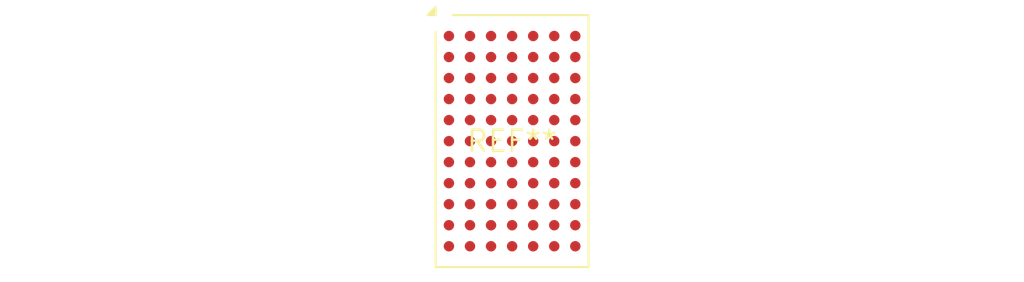
<source format=kicad_pcb>
(kicad_pcb (version 20240108) (generator pcbnew)
  (layers (0 "F.Cu" signal) (31 "B.Cu" signal) (34 "B.Paste" user) (35 "F.Paste" user) (36 "B.SilkS" user "B.Silkscreen") (37 "F.SilkS" user "F.Silkscreen") (38 "B.Mask" user) (39 "F.Mask" user) (44 "Edge.Cuts" user))
  (net 0 "")
  (footprint "Analog_BGA-77_9.0x15.0mm_Layout7x11_P1.27mm_Ball0.63mm" (layer "F.Cu") (at 0 0)
    (property "Reference" "REF**")
    (property "Value" "Analog_BGA-77_9.0x15.0mm_Layout7x11_P1.27mm_Ball0.63mm")
    (fp_line (start -4.61 7.61) (end -4.61 -6.61) (layer "F.SilkS") (stroke (width 0.12)))
    (fp_line (start -3.61 -7.61) (end 4.61 -7.61) (layer "F.SilkS") (stroke (width 0.12)))
    (fp_line (start 4.61 -7.61) (end 4.61 7.61) (layer "F.SilkS") (stroke (width 0.12)))
    (fp_line (start 4.61 7.61) (end -4.61 7.61) (layer "F.SilkS") (stroke (width 0.12)))
    (fp_poly (pts (xy -4.61 -7.61) (xy -5.11 -7.61) (xy -4.61 -8.11) (xy -4.61 -7.61)) (layer "F.SilkS") (stroke (width 0.12)) (fill solid))
    (pad "A1" smd circle (at -3.81 -6.35) (size 0.63 0.63) (property pad_prop_bga) (layers "F.Cu" "F.Paste" "F.Mask"))
    (pad "A2" smd circle (at -2.54 -6.35) (size 0.63 0.63) (property pad_prop_bga) (layers "F.Cu" "F.Paste" "F.Mask"))
    (pad "A3" smd circle (at -1.27 -6.35) (size 0.63 0.63) (property pad_prop_bga) (layers "F.Cu" "F.Paste" "F.Mask"))
    (pad "A4" smd circle (at 0 -6.35) (size 0.63 0.63) (property pad_prop_bga) (layers "F.Cu" "F.Paste" "F.Mask"))
    (pad "A5" smd circle (at 1.27 -6.35) (size 0.63 0.63) (property pad_prop_bga) (layers "F.Cu" "F.Paste" "F.Mask"))
    (pad "A6" smd circle (at 2.54 -6.35) (size 0.63 0.63) (property pad_prop_bga) (layers "F.Cu" "F.Paste" "F.Mask"))
    (pad "A7" smd circle (at 3.81 -6.35) (size 0.63 0.63) (property pad_prop_bga) (layers "F.Cu" "F.Paste" "F.Mask"))
    (pad "B1" smd circle (at -3.81 -5.08) (size 0.63 0.63) (property pad_prop_bga) (layers "F.Cu" "F.Paste" "F.Mask"))
    (pad "B2" smd circle (at -2.54 -5.08) (size 0.63 0.63) (property pad_prop_bga) (layers "F.Cu" "F.Paste" "F.Mask"))
    (pad "B3" smd circle (at -1.27 -5.08) (size 0.63 0.63) (property pad_prop_bga) (layers "F.Cu" "F.Paste" "F.Mask"))
    (pad "B4" smd circle (at 0 -5.08) (size 0.63 0.63) (property pad_prop_bga) (layers "F.Cu" "F.Paste" "F.Mask"))
    (pad "B5" smd circle (at 1.27 -5.08) (size 0.63 0.63) (property pad_prop_bga) (layers "F.Cu" "F.Paste" "F.Mask"))
    (pad "B6" smd circle (at 2.54 -5.08) (size 0.63 0.63) (property pad_prop_bga) (layers "F.Cu" "F.Paste" "F.Mask"))
    (pad "B7" smd circle (at 3.81 -5.08) (size 0.63 0.63) (property pad_prop_bga) (layers "F.Cu" "F.Paste" "F.Mask"))
    (pad "C1" smd circle (at -3.81 -3.81) (size 0.63 0.63) (property pad_prop_bga) (layers "F.Cu" "F.Paste" "F.Mask"))
    (pad "C2" smd circle (at -2.54 -3.81) (size 0.63 0.63) (property pad_prop_bga) (layers "F.Cu" "F.Paste" "F.Mask"))
    (pad "C3" smd circle (at -1.27 -3.81) (size 0.63 0.63) (property pad_prop_bga) (layers "F.Cu" "F.Paste" "F.Mask"))
    (pad "C4" smd circle (at 0 -3.81) (size 0.63 0.63) (property pad_prop_bga) (layers "F.Cu" "F.Paste" "F.Mask"))
    (pad "C5" smd circle (at 1.27 -3.81) (size 0.63 0.63) (property pad_prop_bga) (layers "F.Cu" "F.Paste" "F.Mask"))
    (pad "C6" smd circle (at 2.54 -3.81) (size 0.63 0.63) (property pad_prop_bga) (layers "F.Cu" "F.Paste" "F.Mask"))
    (pad "C7" smd circle (at 3.81 -3.81) (size 0.63 0.63) (property pad_prop_bga) (layers "F.Cu" "F.Paste" "F.Mask"))
    (pad "D1" smd circle (at -3.81 -2.54) (size 0.63 0.63) (property pad_prop_bga) (layers "F.Cu" "F.Paste" "F.Mask"))
    (pad "D2" smd circle (at -2.54 -2.54) (size 0.63 0.63) (property pad_prop_bga) (layers "F.Cu" "F.Paste" "F.Mask"))
    (pad "D3" smd circle (at -1.27 -2.54) (size 0.63 0.63) (property pad_prop_bga) (layers "F.Cu" "F.Paste" "F.Mask"))
    (pad "D4" smd circle (at 0 -2.54) (size 0.63 0.63) (property pad_prop_bga) (layers "F.Cu" "F.Paste" "F.Mask"))
    (pad "D5" smd circle (at 1.27 -2.54) (size 0.63 0.63) (property pad_prop_bga) (layers "F.Cu" "F.Paste" "F.Mask"))
    (pad "D6" smd circle (at 2.54 -2.54) (size 0.63 0.63) (property pad_prop_bga) (layers "F.Cu" "F.Paste" "F.Mask"))
    (pad "D7" smd circle (at 3.81 -2.54) (size 0.63 0.63) (property pad_prop_bga) (layers "F.Cu" "F.Paste" "F.Mask"))
    (pad "E1" smd circle (at -3.81 -1.27) (size 0.63 0.63) (property pad_prop_bga) (layers "F.Cu" "F.Paste" "F.Mask"))
    (pad "E2" smd circle (at -2.54 -1.27) (size 0.63 0.63) (property pad_prop_bga) (layers "F.Cu" "F.Paste" "F.Mask"))
    (pad "E3" smd circle (at -1.27 -1.27) (size 0.63 0.63) (property pad_prop_bga) (layers "F.Cu" "F.Paste" "F.Mask"))
    (pad "E4" smd circle (at 0 -1.27) (size 0.63 0.63) (property pad_prop_bga) (layers "F.Cu" "F.Paste" "F.Mask"))
    (pad "E5" smd circle (at 1.27 -1.27) (size 0.63 0.63) (property pad_prop_bga) (layers "F.Cu" "F.Paste" "F.Mask"))
    (pad "E6" smd circle (at 2.54 -1.27) (size 0.63 0.63) (property pad_prop_bga) (layers "F.Cu" "F.Paste" "F.Mask"))
    (pad "E7" smd circle (at 3.81 -1.27) (size 0.63 0.63) (property pad_prop_bga) (layers "F.Cu" "F.Paste" "F.Mask"))
    (pad "F1" smd circle (at -3.81 0) (size 0.63 0.63) (property pad_prop_bga) (layers "F.Cu" "F.Paste" "F.Mask"))
    (pad "F2" smd circle (at -2.54 0) (size 0.63 0.63) (property pad_prop_bga) (layers "F.Cu" "F.Paste" "F.Mask"))
    (pad "F3" smd circle (at -1.27 0) (size 0.63 0.63) (property pad_prop_bga) (layers "F.Cu" "F.Paste" "F.Mask"))
    (pad "F4" smd circle (at 0 0) (size 0.63 0.63) (property pad_prop_bga) (layers "F.Cu" "F.Paste" "F.Mask"))
    (pad "F5" smd circle (at 1.27 0) (size 0.63 0.63) (property pad_prop_bga) (layers "F.Cu" "F.Paste" "F.Mask"))
    (pad "F6" smd circle (at 2.54 0) (size 0.63 0.63) (property pad_prop_bga) (layers "F.Cu" "F.Paste" "F.Mask"))
    (pad "F7" smd circle (at 3.81 0) (size 0.63 0.63) (property pad_prop_bga) (layers "F.Cu" "F.Paste" "F.Mask"))
    (pad "G1" smd circle (at -3.81 1.27) (size 0.63 0.63) (property pad_prop_bga) (layers "F.Cu" "F.Paste" "F.Mask"))
    (pad "G2" smd circle (at -2.54 1.27) (size 0.63 0.63) (property pad_prop_bga) (layers "F.Cu" "F.Paste" "F.Mask"))
    (pad "G3" smd circle (at -1.27 1.27) (size 0.63 0.63) (property pad_prop_bga) (layers "F.Cu" "F.Paste" "F.Mask"))
    (pad "G4" smd circle (at 0 1.27) (size 0.63 0.63) (property pad_prop_bga) (layers "F.Cu" "F.Paste" "F.Mask"))
    (pad "G5" smd circle (at 1.27 1.27) (size 0.63 0.63) (property pad_prop_bga) (layers "F.Cu" "F.Paste" "F.Mask"))
    (pad "G6" smd circle (at 2.54 1.27) (size 0.63 0.63) (property pad_prop_bga) (layers "F.Cu" "F.Paste" "F.Mask"))
    (pad "G7" smd circle (at 3.81 1.27) (size 0.63 0.63) (property pad_prop_bga) (layers "F.Cu" "F.Paste" "F.Mask"))
    (pad "H1" smd circle (at -3.81 2.54) (size 0.63 0.63) (property pad_prop_bga) (layers "F.Cu" "F.Paste" "F.Mask"))
    (pad "H2" smd circle (at -2.54 2.54) (size 0.63 0.63) (property pad_prop_bga) (layers "F.Cu" "F.Paste" "F.Mask"))
    (pad "H3" smd circle (at -1.27 2.54) (size 0.63 0.63) (property pad_prop_bga) (layers "F.Cu" "F.Paste" "F.Mask"))
    (pad "H4" smd circle (at 0 2.54) (size 0.63 0.63) (property pad_prop_bga) (layers "F.Cu" "F.Paste" "F.Mask"))
    (pad "H5" smd circle (at 1.27 2.54) (size 0.63 0.63) (property pad_prop_bga) (layers "F.Cu" "F.Paste" "F.Mask"))
    (pad "H6" smd circle (at 2.54 2.54) (size 0.63 0.63) (property pad_prop_bga) (layers "F.Cu" "F.Paste" "F.Mask"))
    (pad "H7" smd circle (at 3.81 2.54) (size 0.63 0.63) (property pad_prop_bga) (layers "F.Cu" "F.Paste" "F.Mask"))
    (pad "J1" smd circle (at -3.81 3.81) (size 0.63 0.63) (property pad_prop_bga) (layers "F.Cu" "F.Paste" "F.Mask"))
    (pad "J2" smd circle (at -2.54 3.81) (size 0.63 0.63) (property pad_prop_bga) (layers "F.Cu" "F.Paste" "F.Mask"))
    (pad "J3" smd circle (at -1.27 3.81) (size 0.63 0.63) (property pad_prop_bga) (layers "F.Cu" "F.Paste" "F.Mask"))
    (pad "J4" smd circle (at 0 3.81) (size 0.63 0.63) (property pad_prop_bga) (layers "F.Cu" "F.Paste" "F.Mask"))
    (pad "J5" smd circle (at 1.27 3.81) (size 0.63 0.63) (property pad_prop_bga) (layers "F.Cu" "F.Paste" "F.Mask"))
    (pad "J6" smd circle (at 2.54 3.81) (size 0.63 0.63) (property pad_prop_bga) (layers "F.Cu" "F.Paste" "F.Mask"))
    (pad "J7" smd circle (at 3.81 3.81) (size 0.63 0.63) (property pad_prop_bga) (layers "F.Cu" "F.Paste" "F.Mask"))
    (pad "K1" smd circle (at -3.81 5.08) (size 0.63 0.63) (property pad_prop_bga) (layers "F.Cu" "F.Paste" "F.Mask"))
    (pad "K2" smd circle (at -2.54 5.08) (size 0.63 0.63) (property pad_prop_bga) (layers "F.Cu" "F.Paste" "F.Mask"))
    (pad "K3" smd circle (at -1.27 5.08) (size 0.63 0.63) (property pad_prop_bga) (layers "F.Cu" "F.Paste" "F.Mask"))
    (pad "K4" smd circle (at 0 5.08) (size 0.63 0.63) (property pad_prop_bga) (layers "F.Cu" "F.Paste" "F.Mask"))
    (pad "K5" smd circle (at 1.27 5.08) (size 0.63 0.63) (property pad_prop_bga) (layers "F.Cu" "F.Paste" "F.Mask"))
    (pad "K6" smd circle (at 2.54 5.08) (size 0.63 0.63) (property pad_prop_bga) (layers "F.Cu" "F.Paste" "F.Mask"))
    (pad "K7" smd circle (at 3.81 5.08) (size 0.63 0.63) (property pad_prop_bga) (layers "F.Cu" "F.Paste" "F.Mask"))
    (pad "L1" smd circle (at -3.81 6.35) (size 0.63 0.63) (property pad_prop_bga) (layers "F.Cu" "F.Paste" "F.Mask"))
    (pad "L2" smd circle (at -2.54 6.35) (size 0.63 0.63) (property pad_prop_bga) (layers "F.Cu" "F.Paste" "F.Mask"))
    (pad "L3" smd circle (at -1.27 6.35) (size 0.63 0.63) (property pad_prop_bga) (layers "F.Cu" "F.Paste" "F.Mask"))
    (pad "L4" smd circle (at 0 6.35) (size 0.63 0.63) (property pad_prop_bga) (layers "F.Cu" "F.Paste" "F.Mask"))
    (pad "L5" smd circle (at 1.27 6.35) (size 0.63 0.63) (property pad_prop_bga) (layers "F.Cu" "F.Paste" "F.Mask"))
    (pad "L6" smd circle (at 2.54 6.35) (size 0.63 0.63) (property pad_prop_bga) (layers "F.Cu" "F.Paste" "F.Mask"))
    (pad "L7" smd circle (at 3.81 6.35) (size 0.63 0.63) (property pad_prop_bga) (layers "F.Cu" "F.Paste" "F.Mask"))
  )
)
</source>
